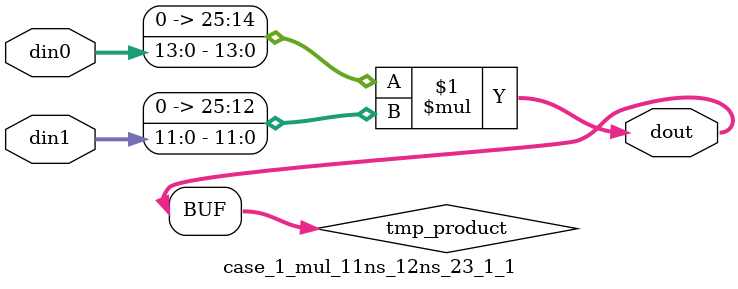
<source format=v>

`timescale 1 ns / 1 ps

 (* use_dsp = "no" *)  module case_1_mul_11ns_12ns_23_1_1(din0, din1, dout);
parameter ID = 1;
parameter NUM_STAGE = 0;
parameter din0_WIDTH = 14;
parameter din1_WIDTH = 12;
parameter dout_WIDTH = 26;

input [din0_WIDTH - 1 : 0] din0; 
input [din1_WIDTH - 1 : 0] din1; 
output [dout_WIDTH - 1 : 0] dout;

wire signed [dout_WIDTH - 1 : 0] tmp_product;
























assign tmp_product = $signed({1'b0, din0}) * $signed({1'b0, din1});











assign dout = tmp_product;





















endmodule

</source>
